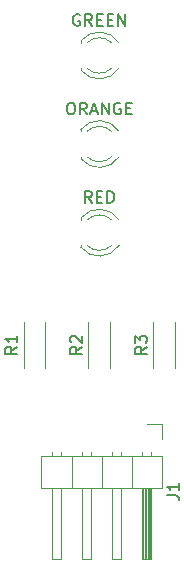
<source format=gbr>
%TF.GenerationSoftware,KiCad,Pcbnew,8.0.5*%
%TF.CreationDate,2024-12-18T16:59:37+03:00*%
%TF.ProjectId,Traffic_Light_For_Arduino,54726166-6669-4635-9f4c-696768745f46,V01*%
%TF.SameCoordinates,Original*%
%TF.FileFunction,Legend,Top*%
%TF.FilePolarity,Positive*%
%FSLAX46Y46*%
G04 Gerber Fmt 4.6, Leading zero omitted, Abs format (unit mm)*
G04 Created by KiCad (PCBNEW 8.0.5) date 2024-12-18 16:59:37*
%MOMM*%
%LPD*%
G01*
G04 APERTURE LIST*
%ADD10C,0.150000*%
%ADD11C,0.120000*%
G04 APERTURE END LIST*
D10*
X166534819Y-92166666D02*
X166058628Y-92499999D01*
X166534819Y-92738094D02*
X165534819Y-92738094D01*
X165534819Y-92738094D02*
X165534819Y-92357142D01*
X165534819Y-92357142D02*
X165582438Y-92261904D01*
X165582438Y-92261904D02*
X165630057Y-92214285D01*
X165630057Y-92214285D02*
X165725295Y-92166666D01*
X165725295Y-92166666D02*
X165868152Y-92166666D01*
X165868152Y-92166666D02*
X165963390Y-92214285D01*
X165963390Y-92214285D02*
X166011009Y-92261904D01*
X166011009Y-92261904D02*
X166058628Y-92357142D01*
X166058628Y-92357142D02*
X166058628Y-92738094D01*
X165534819Y-91833332D02*
X165534819Y-91214285D01*
X165534819Y-91214285D02*
X165915771Y-91547618D01*
X165915771Y-91547618D02*
X165915771Y-91404761D01*
X165915771Y-91404761D02*
X165963390Y-91309523D01*
X165963390Y-91309523D02*
X166011009Y-91261904D01*
X166011009Y-91261904D02*
X166106247Y-91214285D01*
X166106247Y-91214285D02*
X166344342Y-91214285D01*
X166344342Y-91214285D02*
X166439580Y-91261904D01*
X166439580Y-91261904D02*
X166487200Y-91309523D01*
X166487200Y-91309523D02*
X166534819Y-91404761D01*
X166534819Y-91404761D02*
X166534819Y-91690475D01*
X166534819Y-91690475D02*
X166487200Y-91785713D01*
X166487200Y-91785713D02*
X166439580Y-91833332D01*
X161034819Y-92166666D02*
X160558628Y-92499999D01*
X161034819Y-92738094D02*
X160034819Y-92738094D01*
X160034819Y-92738094D02*
X160034819Y-92357142D01*
X160034819Y-92357142D02*
X160082438Y-92261904D01*
X160082438Y-92261904D02*
X160130057Y-92214285D01*
X160130057Y-92214285D02*
X160225295Y-92166666D01*
X160225295Y-92166666D02*
X160368152Y-92166666D01*
X160368152Y-92166666D02*
X160463390Y-92214285D01*
X160463390Y-92214285D02*
X160511009Y-92261904D01*
X160511009Y-92261904D02*
X160558628Y-92357142D01*
X160558628Y-92357142D02*
X160558628Y-92738094D01*
X160130057Y-91785713D02*
X160082438Y-91738094D01*
X160082438Y-91738094D02*
X160034819Y-91642856D01*
X160034819Y-91642856D02*
X160034819Y-91404761D01*
X160034819Y-91404761D02*
X160082438Y-91309523D01*
X160082438Y-91309523D02*
X160130057Y-91261904D01*
X160130057Y-91261904D02*
X160225295Y-91214285D01*
X160225295Y-91214285D02*
X160320533Y-91214285D01*
X160320533Y-91214285D02*
X160463390Y-91261904D01*
X160463390Y-91261904D02*
X161034819Y-91833332D01*
X161034819Y-91833332D02*
X161034819Y-91214285D01*
X155534819Y-92166666D02*
X155058628Y-92499999D01*
X155534819Y-92738094D02*
X154534819Y-92738094D01*
X154534819Y-92738094D02*
X154534819Y-92357142D01*
X154534819Y-92357142D02*
X154582438Y-92261904D01*
X154582438Y-92261904D02*
X154630057Y-92214285D01*
X154630057Y-92214285D02*
X154725295Y-92166666D01*
X154725295Y-92166666D02*
X154868152Y-92166666D01*
X154868152Y-92166666D02*
X154963390Y-92214285D01*
X154963390Y-92214285D02*
X155011009Y-92261904D01*
X155011009Y-92261904D02*
X155058628Y-92357142D01*
X155058628Y-92357142D02*
X155058628Y-92738094D01*
X155534819Y-91214285D02*
X155534819Y-91785713D01*
X155534819Y-91499999D02*
X154534819Y-91499999D01*
X154534819Y-91499999D02*
X154677676Y-91595237D01*
X154677676Y-91595237D02*
X154772914Y-91690475D01*
X154772914Y-91690475D02*
X154820533Y-91785713D01*
X168224819Y-104718333D02*
X168939104Y-104718333D01*
X168939104Y-104718333D02*
X169081961Y-104765952D01*
X169081961Y-104765952D02*
X169177200Y-104861190D01*
X169177200Y-104861190D02*
X169224819Y-105004047D01*
X169224819Y-105004047D02*
X169224819Y-105099285D01*
X169224819Y-103718333D02*
X169224819Y-104289761D01*
X169224819Y-104004047D02*
X168224819Y-104004047D01*
X168224819Y-104004047D02*
X168367676Y-104099285D01*
X168367676Y-104099285D02*
X168462914Y-104194523D01*
X168462914Y-104194523D02*
X168510533Y-104289761D01*
X161852142Y-79994819D02*
X161518809Y-79518628D01*
X161280714Y-79994819D02*
X161280714Y-78994819D01*
X161280714Y-78994819D02*
X161661666Y-78994819D01*
X161661666Y-78994819D02*
X161756904Y-79042438D01*
X161756904Y-79042438D02*
X161804523Y-79090057D01*
X161804523Y-79090057D02*
X161852142Y-79185295D01*
X161852142Y-79185295D02*
X161852142Y-79328152D01*
X161852142Y-79328152D02*
X161804523Y-79423390D01*
X161804523Y-79423390D02*
X161756904Y-79471009D01*
X161756904Y-79471009D02*
X161661666Y-79518628D01*
X161661666Y-79518628D02*
X161280714Y-79518628D01*
X162280714Y-79471009D02*
X162614047Y-79471009D01*
X162756904Y-79994819D02*
X162280714Y-79994819D01*
X162280714Y-79994819D02*
X162280714Y-78994819D01*
X162280714Y-78994819D02*
X162756904Y-78994819D01*
X163185476Y-79994819D02*
X163185476Y-78994819D01*
X163185476Y-78994819D02*
X163423571Y-78994819D01*
X163423571Y-78994819D02*
X163566428Y-79042438D01*
X163566428Y-79042438D02*
X163661666Y-79137676D01*
X163661666Y-79137676D02*
X163709285Y-79232914D01*
X163709285Y-79232914D02*
X163756904Y-79423390D01*
X163756904Y-79423390D02*
X163756904Y-79566247D01*
X163756904Y-79566247D02*
X163709285Y-79756723D01*
X163709285Y-79756723D02*
X163661666Y-79851961D01*
X163661666Y-79851961D02*
X163566428Y-79947200D01*
X163566428Y-79947200D02*
X163423571Y-79994819D01*
X163423571Y-79994819D02*
X163185476Y-79994819D01*
X159995000Y-71494819D02*
X160185476Y-71494819D01*
X160185476Y-71494819D02*
X160280714Y-71542438D01*
X160280714Y-71542438D02*
X160375952Y-71637676D01*
X160375952Y-71637676D02*
X160423571Y-71828152D01*
X160423571Y-71828152D02*
X160423571Y-72161485D01*
X160423571Y-72161485D02*
X160375952Y-72351961D01*
X160375952Y-72351961D02*
X160280714Y-72447200D01*
X160280714Y-72447200D02*
X160185476Y-72494819D01*
X160185476Y-72494819D02*
X159995000Y-72494819D01*
X159995000Y-72494819D02*
X159899762Y-72447200D01*
X159899762Y-72447200D02*
X159804524Y-72351961D01*
X159804524Y-72351961D02*
X159756905Y-72161485D01*
X159756905Y-72161485D02*
X159756905Y-71828152D01*
X159756905Y-71828152D02*
X159804524Y-71637676D01*
X159804524Y-71637676D02*
X159899762Y-71542438D01*
X159899762Y-71542438D02*
X159995000Y-71494819D01*
X161423571Y-72494819D02*
X161090238Y-72018628D01*
X160852143Y-72494819D02*
X160852143Y-71494819D01*
X160852143Y-71494819D02*
X161233095Y-71494819D01*
X161233095Y-71494819D02*
X161328333Y-71542438D01*
X161328333Y-71542438D02*
X161375952Y-71590057D01*
X161375952Y-71590057D02*
X161423571Y-71685295D01*
X161423571Y-71685295D02*
X161423571Y-71828152D01*
X161423571Y-71828152D02*
X161375952Y-71923390D01*
X161375952Y-71923390D02*
X161328333Y-71971009D01*
X161328333Y-71971009D02*
X161233095Y-72018628D01*
X161233095Y-72018628D02*
X160852143Y-72018628D01*
X161804524Y-72209104D02*
X162280714Y-72209104D01*
X161709286Y-72494819D02*
X162042619Y-71494819D01*
X162042619Y-71494819D02*
X162375952Y-72494819D01*
X162709286Y-72494819D02*
X162709286Y-71494819D01*
X162709286Y-71494819D02*
X163280714Y-72494819D01*
X163280714Y-72494819D02*
X163280714Y-71494819D01*
X164280714Y-71542438D02*
X164185476Y-71494819D01*
X164185476Y-71494819D02*
X164042619Y-71494819D01*
X164042619Y-71494819D02*
X163899762Y-71542438D01*
X163899762Y-71542438D02*
X163804524Y-71637676D01*
X163804524Y-71637676D02*
X163756905Y-71732914D01*
X163756905Y-71732914D02*
X163709286Y-71923390D01*
X163709286Y-71923390D02*
X163709286Y-72066247D01*
X163709286Y-72066247D02*
X163756905Y-72256723D01*
X163756905Y-72256723D02*
X163804524Y-72351961D01*
X163804524Y-72351961D02*
X163899762Y-72447200D01*
X163899762Y-72447200D02*
X164042619Y-72494819D01*
X164042619Y-72494819D02*
X164137857Y-72494819D01*
X164137857Y-72494819D02*
X164280714Y-72447200D01*
X164280714Y-72447200D02*
X164328333Y-72399580D01*
X164328333Y-72399580D02*
X164328333Y-72066247D01*
X164328333Y-72066247D02*
X164137857Y-72066247D01*
X164756905Y-71971009D02*
X165090238Y-71971009D01*
X165233095Y-72494819D02*
X164756905Y-72494819D01*
X164756905Y-72494819D02*
X164756905Y-71494819D01*
X164756905Y-71494819D02*
X165233095Y-71494819D01*
X160828333Y-64042438D02*
X160733095Y-63994819D01*
X160733095Y-63994819D02*
X160590238Y-63994819D01*
X160590238Y-63994819D02*
X160447381Y-64042438D01*
X160447381Y-64042438D02*
X160352143Y-64137676D01*
X160352143Y-64137676D02*
X160304524Y-64232914D01*
X160304524Y-64232914D02*
X160256905Y-64423390D01*
X160256905Y-64423390D02*
X160256905Y-64566247D01*
X160256905Y-64566247D02*
X160304524Y-64756723D01*
X160304524Y-64756723D02*
X160352143Y-64851961D01*
X160352143Y-64851961D02*
X160447381Y-64947200D01*
X160447381Y-64947200D02*
X160590238Y-64994819D01*
X160590238Y-64994819D02*
X160685476Y-64994819D01*
X160685476Y-64994819D02*
X160828333Y-64947200D01*
X160828333Y-64947200D02*
X160875952Y-64899580D01*
X160875952Y-64899580D02*
X160875952Y-64566247D01*
X160875952Y-64566247D02*
X160685476Y-64566247D01*
X161875952Y-64994819D02*
X161542619Y-64518628D01*
X161304524Y-64994819D02*
X161304524Y-63994819D01*
X161304524Y-63994819D02*
X161685476Y-63994819D01*
X161685476Y-63994819D02*
X161780714Y-64042438D01*
X161780714Y-64042438D02*
X161828333Y-64090057D01*
X161828333Y-64090057D02*
X161875952Y-64185295D01*
X161875952Y-64185295D02*
X161875952Y-64328152D01*
X161875952Y-64328152D02*
X161828333Y-64423390D01*
X161828333Y-64423390D02*
X161780714Y-64471009D01*
X161780714Y-64471009D02*
X161685476Y-64518628D01*
X161685476Y-64518628D02*
X161304524Y-64518628D01*
X162304524Y-64471009D02*
X162637857Y-64471009D01*
X162780714Y-64994819D02*
X162304524Y-64994819D01*
X162304524Y-64994819D02*
X162304524Y-63994819D01*
X162304524Y-63994819D02*
X162780714Y-63994819D01*
X163209286Y-64471009D02*
X163542619Y-64471009D01*
X163685476Y-64994819D02*
X163209286Y-64994819D01*
X163209286Y-64994819D02*
X163209286Y-63994819D01*
X163209286Y-63994819D02*
X163685476Y-63994819D01*
X164114048Y-64994819D02*
X164114048Y-63994819D01*
X164114048Y-63994819D02*
X164685476Y-64994819D01*
X164685476Y-64994819D02*
X164685476Y-63994819D01*
D11*
%TO.C,R3*%
X167080000Y-93920000D02*
X167080000Y-90080000D01*
X168920000Y-93920000D02*
X168920000Y-90080000D01*
%TO.C,R2*%
X161580000Y-93920000D02*
X161580000Y-90080000D01*
X163420000Y-93920000D02*
X163420000Y-90080000D01*
%TO.C,R1*%
X156080000Y-93920000D02*
X156080000Y-90080000D01*
X157920000Y-93920000D02*
X157920000Y-90080000D01*
%TO.C,J1*%
X167770000Y-98730000D02*
X167770000Y-100000000D01*
X166500000Y-98730000D02*
X167770000Y-98730000D01*
X164340000Y-101042929D02*
X164340000Y-101440000D01*
X163580000Y-101042929D02*
X163580000Y-101440000D01*
X161800000Y-101042929D02*
X161800000Y-101440000D01*
X161040000Y-101042929D02*
X161040000Y-101440000D01*
X159260000Y-101042929D02*
X159260000Y-101440000D01*
X158500000Y-101042929D02*
X158500000Y-101440000D01*
X166880000Y-101110000D02*
X166880000Y-101440000D01*
X166120000Y-101110000D02*
X166120000Y-101440000D01*
X167830000Y-101440000D02*
X157550000Y-101440000D01*
X165230000Y-101440000D02*
X165230000Y-104100000D01*
X162690000Y-101440000D02*
X162690000Y-104100000D01*
X160150000Y-101440000D02*
X160150000Y-104100000D01*
X157550000Y-101440000D02*
X157550000Y-104100000D01*
X167830000Y-104100000D02*
X167830000Y-101440000D01*
X166880000Y-104100000D02*
X166880000Y-110100000D01*
X166820000Y-104100000D02*
X166820000Y-110100000D01*
X166700000Y-104100000D02*
X166700000Y-110100000D01*
X166580000Y-104100000D02*
X166580000Y-110100000D01*
X166460000Y-104100000D02*
X166460000Y-110100000D01*
X166340000Y-104100000D02*
X166340000Y-110100000D01*
X166220000Y-104100000D02*
X166220000Y-110100000D01*
X164340000Y-104100000D02*
X164340000Y-110100000D01*
X161800000Y-104100000D02*
X161800000Y-110100000D01*
X159260000Y-104100000D02*
X159260000Y-110100000D01*
X157550000Y-104100000D02*
X167830000Y-104100000D01*
X166880000Y-110100000D02*
X166120000Y-110100000D01*
X166120000Y-110100000D02*
X166120000Y-104100000D01*
X164340000Y-110100000D02*
X163580000Y-110100000D01*
X163580000Y-110100000D02*
X163580000Y-104100000D01*
X161800000Y-110100000D02*
X161040000Y-110100000D01*
X161040000Y-110100000D02*
X161040000Y-104100000D01*
X159260000Y-110100000D02*
X158500000Y-110100000D01*
X158500000Y-110100000D02*
X158500000Y-104100000D01*
%TO.C,RED*%
X160935000Y-81264000D02*
X160935000Y-81420000D01*
X160935000Y-83580000D02*
X160935000Y-83736000D01*
X160935000Y-81264484D02*
G75*
G02*
X164167335Y-81421392I1560000J-1235516D01*
G01*
X161454039Y-81420000D02*
G75*
G02*
X163536130Y-81420163I1040961J-1080000D01*
G01*
X163536130Y-83579837D02*
G75*
G02*
X161454039Y-83580000I-1041130J1079837D01*
G01*
X164167335Y-83578608D02*
G75*
G02*
X160935000Y-83735516I-1672335J1078608D01*
G01*
%TO.C,ORANGE*%
X160935000Y-73764000D02*
X160935000Y-73920000D01*
X160935000Y-76080000D02*
X160935000Y-76236000D01*
X160935000Y-73764484D02*
G75*
G02*
X164167335Y-73921392I1560000J-1235516D01*
G01*
X161454039Y-73920000D02*
G75*
G02*
X163536130Y-73920163I1040961J-1080000D01*
G01*
X163536130Y-76079837D02*
G75*
G02*
X161454039Y-76080000I-1041130J1079837D01*
G01*
X164167335Y-76078608D02*
G75*
G02*
X160935000Y-76235516I-1672335J1078608D01*
G01*
%TO.C,GREEN*%
X160935000Y-66264000D02*
X160935000Y-66420000D01*
X160935000Y-68580000D02*
X160935000Y-68736000D01*
X160935000Y-66264484D02*
G75*
G02*
X164167335Y-66421392I1560000J-1235516D01*
G01*
X161454039Y-66420000D02*
G75*
G02*
X163536130Y-66420163I1040961J-1080000D01*
G01*
X163536130Y-68579837D02*
G75*
G02*
X161454039Y-68580000I-1041130J1079837D01*
G01*
X164167335Y-68578608D02*
G75*
G02*
X160935000Y-68735516I-1672335J1078608D01*
G01*
%TD*%
M02*

</source>
